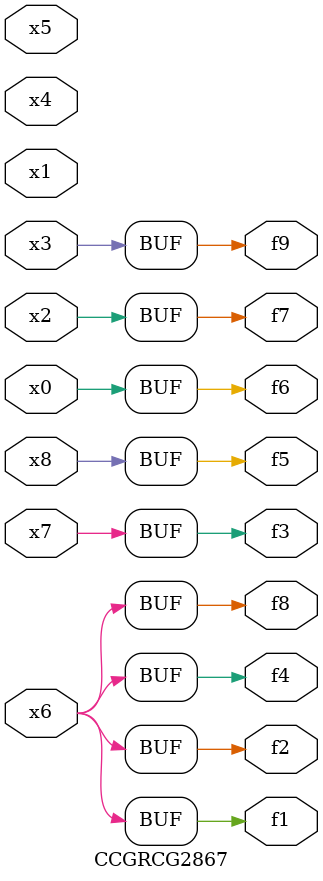
<source format=v>
module CCGRCG2867(
	input x0, x1, x2, x3, x4, x5, x6, x7, x8,
	output f1, f2, f3, f4, f5, f6, f7, f8, f9
);
	assign f1 = x6;
	assign f2 = x6;
	assign f3 = x7;
	assign f4 = x6;
	assign f5 = x8;
	assign f6 = x0;
	assign f7 = x2;
	assign f8 = x6;
	assign f9 = x3;
endmodule

</source>
